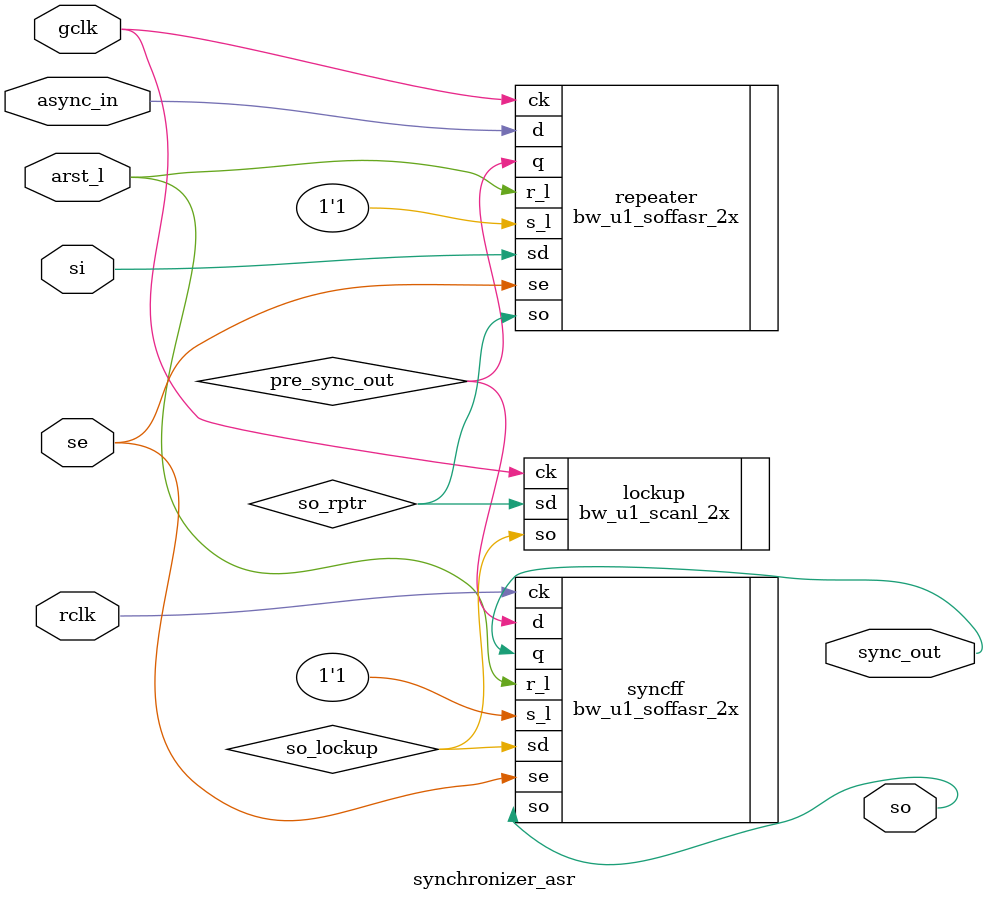
<source format=v>
module synchronizer_asr (/*AUTOARG*/
   // Outputs
   sync_out, so, 
   // Inputs
   async_in, gclk, rclk, arst_l, si, se
   );

   output sync_out;
   output so;
   
   input  async_in;
   input  gclk;
   input  rclk;
   input  arst_l;
   input  si;
   input  se;

   wire   pre_sync_out;
   wire   so_rptr;
   wire   so_lockup;
   
   bw_u1_soffasr_2x repeater (
                              .q (pre_sync_out),
                              .so (so_rptr),
                              .ck (gclk),
                              .d (async_in),	
                              .r_l (arst_l),	
                              .s_l (1'b1),	
                              .se (se),
                              .sd (si)
			      );
   bw_u1_scanl_2x lockup (
			   .so (so_lockup),
			   .sd (so_rptr),
			   .ck (gclk)
			   );

   bw_u1_soffasr_2x syncff (
                            .q (sync_out),
                            .so (so),
                            .ck (rclk),
                            .d (pre_sync_out),
                            .r_l (arst_l),	
                            .s_l (1'b1),	
                            .se (se),
                            .sd (so_lockup)
			    );

endmodule // synchronizer_asr

</source>
